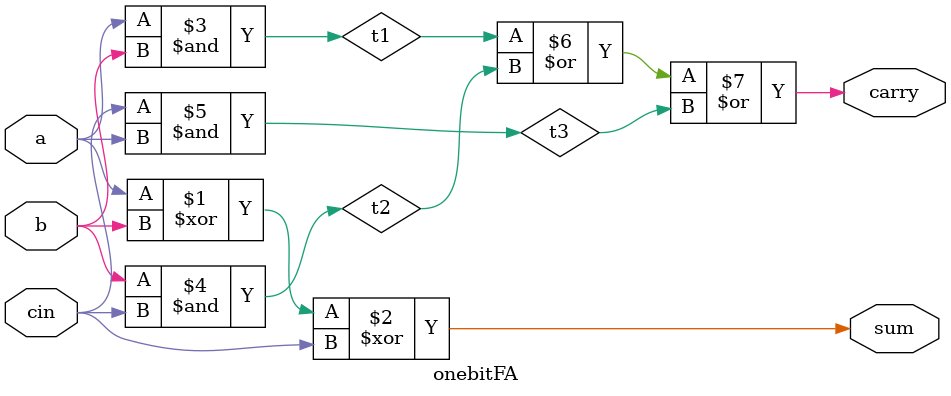
<source format=sv>
module onebitFA (
input logic a,b,cin,
output logic sum, carry
);

wire t1,t2,t3;

xor G1 (sum,a,b,cin);
and G2 (t1,a,b);
and G3 (t2,b,cin);
and G4 (t3,cin,a);
or G5 (carry,t1,t2,t3);

endmodule
</source>
